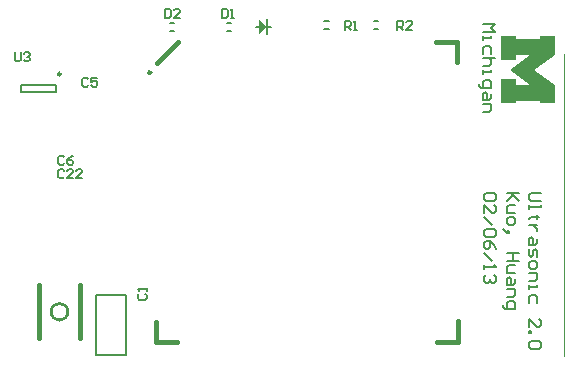
<source format=gto>
%FSLAX24Y24*%
%MOIN*%
G70*
G01*
G75*
G04 Layer_Color=65535*
%ADD10R,0.0354X0.0315*%
%ADD11R,0.0315X0.0354*%
%ADD12R,0.0276X0.0354*%
%ADD13R,0.0319X0.0661*%
%ADD14R,0.0394X0.0315*%
%ADD15R,0.0276X0.0591*%
%ADD16R,0.0600X0.0300*%
%ADD17R,0.0300X0.0598*%
%ADD18R,0.0598X0.0300*%
%ADD19R,0.0217X0.0394*%
%ADD20R,0.0157X0.0157*%
%ADD21C,0.0150*%
%ADD22C,0.0120*%
%ADD23C,0.0100*%
%ADD24C,0.0181*%
%ADD25C,0.0630*%
%ADD26C,0.0661*%
%ADD27C,0.0591*%
%ADD28C,0.1378*%
%ADD29C,0.0320*%
%ADD30C,0.0400*%
%ADD31C,0.0500*%
%ADD32R,0.0354X0.0276*%
%ADD33R,0.0532X0.0157*%
%ADD34R,0.0630X0.0748*%
%ADD35R,0.0551X0.0630*%
%ADD36R,0.0236X0.0591*%
%ADD37R,0.0591X0.0236*%
%ADD38O,0.0118X0.0650*%
%ADD39R,0.0335X0.0157*%
%ADD40R,0.0512X0.0217*%
%ADD41R,0.0209X0.0118*%
%ADD42R,0.0193X0.0118*%
%ADD43R,0.0201X0.0136*%
%ADD44R,0.0136X0.0201*%
%ADD45R,0.0315X0.0197*%
%ADD46C,0.0200*%
%ADD47C,0.0098*%
%ADD48C,0.0050*%
%ADD49C,0.0079*%
%ADD50C,0.0039*%
%ADD51C,0.0080*%
G36*
X18100Y10369D02*
X17419Y9873D01*
X18100Y9377D01*
Y8746D01*
X17607D01*
Y8843D01*
X16801D01*
Y8746D01*
X16303D01*
Y9566D01*
X16801D01*
Y9375D01*
X17294D01*
X16608Y9873D01*
X17294Y10371D01*
X16801D01*
Y10180D01*
X16303D01*
Y11000D01*
X16801D01*
Y10903D01*
X17607D01*
Y11000D01*
X18100D01*
Y10369D01*
D02*
G37*
G36*
X8500Y11300D02*
X8250Y11050D01*
Y11550D01*
X8500Y11300D01*
D02*
G37*
D21*
X2289Y914D02*
Y2686D01*
X911Y914D02*
Y2686D01*
X4850Y10101D02*
X5539Y10790D01*
X4830Y780D02*
Y1469D01*
Y780D02*
X5519D01*
X14870Y800D02*
Y1489D01*
X14181Y800D02*
X14870D01*
X14850Y10121D02*
Y10810D01*
X14161D02*
X14850D01*
D23*
X1878Y1800D02*
G03*
X1878Y1800I-278J0D01*
G01*
X4653Y9776D02*
G03*
X4653Y9776I-49J0D01*
G01*
D47*
X1648Y9722D02*
G03*
X1648Y9722I-49J0D01*
G01*
D48*
X8500Y11050D02*
Y11550D01*
Y11300D02*
X8650D01*
X8150D02*
X8250D01*
X2800Y2350D02*
X3800D01*
X2800Y350D02*
X3800D01*
Y2350D01*
X2800Y350D02*
Y2350D01*
X12850Y11200D02*
Y11500D01*
X13000D01*
X13050Y11450D01*
Y11350D01*
X13000Y11300D01*
X12850D01*
X12950D02*
X13050Y11200D01*
X13350D02*
X13150D01*
X13350Y11400D01*
Y11450D01*
X13300Y11500D01*
X13200D01*
X13150Y11450D01*
X11100Y11200D02*
Y11500D01*
X11250D01*
X11300Y11450D01*
Y11350D01*
X11250Y11300D01*
X11100D01*
X11200D02*
X11300Y11200D01*
X11400D02*
X11500D01*
X11450D01*
Y11500D01*
X11400Y11450D01*
X5100Y11900D02*
Y11600D01*
X5250D01*
X5300Y11650D01*
Y11850D01*
X5250Y11900D01*
X5100D01*
X5600Y11600D02*
X5400D01*
X5600Y11800D01*
Y11850D01*
X5550Y11900D01*
X5450D01*
X5400Y11850D01*
X7000Y11900D02*
Y11600D01*
X7150D01*
X7200Y11650D01*
Y11850D01*
X7150Y11900D01*
X7000D01*
X7300Y11600D02*
X7400D01*
X7350D01*
Y11900D01*
X7300Y11850D01*
X4250Y2400D02*
X4200Y2350D01*
Y2250D01*
X4250Y2200D01*
X4450D01*
X4500Y2250D01*
Y2350D01*
X4450Y2400D01*
X4500Y2500D02*
Y2600D01*
Y2550D01*
X4200D01*
X4250Y2500D01*
X2550Y9550D02*
X2500Y9600D01*
X2400D01*
X2350Y9550D01*
Y9350D01*
X2400Y9300D01*
X2500D01*
X2550Y9350D01*
X2850Y9600D02*
X2650D01*
Y9450D01*
X2750Y9500D01*
X2800D01*
X2850Y9450D01*
Y9350D01*
X2800Y9300D01*
X2700D01*
X2650Y9350D01*
X1750Y6950D02*
X1700Y7000D01*
X1600D01*
X1550Y6950D01*
Y6750D01*
X1600Y6700D01*
X1700D01*
X1750Y6750D01*
X2050Y7000D02*
X1950Y6950D01*
X1850Y6850D01*
Y6750D01*
X1900Y6700D01*
X2000D01*
X2050Y6750D01*
Y6800D01*
X2000Y6850D01*
X1850D01*
X100Y10450D02*
Y10200D01*
X150Y10150D01*
X250D01*
X300Y10200D01*
Y10450D01*
X400Y10400D02*
X450Y10450D01*
X550D01*
X600Y10400D01*
Y10350D01*
X550Y10300D01*
X500D01*
X550D01*
X600Y10250D01*
Y10200D01*
X550Y10150D01*
X450D01*
X400Y10200D01*
X1750Y6500D02*
X1700Y6550D01*
X1600D01*
X1550Y6500D01*
Y6300D01*
X1600Y6250D01*
X1700D01*
X1750Y6300D01*
X2050Y6250D02*
X1850D01*
X2050Y6450D01*
Y6500D01*
X2000Y6550D01*
X1900D01*
X1850Y6500D01*
X2350Y6250D02*
X2150D01*
X2350Y6450D01*
Y6500D01*
X2300Y6550D01*
X2200D01*
X2150Y6500D01*
D49*
X7171Y11162D02*
X7329D01*
X7171Y11438D02*
X7329D01*
X5271Y11162D02*
X5429D01*
X5271Y11438D02*
X5429D01*
X10421Y11212D02*
X10579D01*
X10421Y11488D02*
X10579D01*
X12071Y11488D02*
X12229D01*
X12071Y11212D02*
X12229D01*
X309Y9132D02*
X1491D01*
X309Y9368D02*
X1491D01*
X309Y9132D02*
Y9368D01*
X1491Y9132D02*
Y9368D01*
D50*
X18411Y337D02*
Y10408D01*
D51*
X17650Y5750D02*
X17317D01*
X17250Y5683D01*
Y5550D01*
X17317Y5483D01*
X17650D01*
X17250Y5350D02*
Y5217D01*
Y5283D01*
X17650D01*
Y5350D01*
X17583Y4950D02*
X17517D01*
Y5017D01*
Y4884D01*
Y4950D01*
X17317D01*
X17250Y4884D01*
X17517Y4684D02*
X17250D01*
X17383D01*
X17450Y4617D01*
X17517Y4550D01*
Y4484D01*
Y4217D02*
Y4084D01*
X17450Y4017D01*
X17250D01*
Y4217D01*
X17317Y4284D01*
X17383Y4217D01*
Y4017D01*
X17250Y3884D02*
Y3684D01*
X17317Y3617D01*
X17383Y3684D01*
Y3817D01*
X17450Y3884D01*
X17517Y3817D01*
Y3617D01*
X17250Y3417D02*
Y3284D01*
X17317Y3217D01*
X17450D01*
X17517Y3284D01*
Y3417D01*
X17450Y3484D01*
X17317D01*
X17250Y3417D01*
Y3084D02*
X17517D01*
Y2884D01*
X17450Y2818D01*
X17250D01*
Y2684D02*
Y2551D01*
Y2618D01*
X17517D01*
Y2684D01*
Y2085D02*
Y2284D01*
X17450Y2351D01*
X17317D01*
X17250Y2284D01*
Y2085D01*
Y1285D02*
Y1551D01*
X17517Y1285D01*
X17583D01*
X17650Y1351D01*
Y1485D01*
X17583Y1551D01*
X17250Y1151D02*
X17317D01*
Y1085D01*
X17250D01*
Y1151D01*
X17583Y818D02*
X17650Y752D01*
Y618D01*
X17583Y552D01*
X17317D01*
X17250Y618D01*
Y752D01*
X17317Y818D01*
X17583D01*
X16900Y5750D02*
X16500D01*
X16633D01*
X16900Y5483D01*
X16700Y5683D01*
X16500Y5483D01*
X16767Y5350D02*
X16567D01*
X16500Y5283D01*
Y5084D01*
X16767D01*
X16500Y4884D02*
Y4750D01*
X16567Y4684D01*
X16700D01*
X16767Y4750D01*
Y4884D01*
X16700Y4950D01*
X16567D01*
X16500Y4884D01*
X16433Y4484D02*
X16500Y4417D01*
X16567D01*
Y4484D01*
X16500D01*
Y4417D01*
X16433Y4484D01*
X16367Y4550D01*
X16900Y3751D02*
X16500D01*
X16700D01*
Y3484D01*
X16900D01*
X16500D01*
X16767Y3351D02*
X16567D01*
X16500Y3284D01*
Y3084D01*
X16767D01*
Y2884D02*
Y2751D01*
X16700Y2684D01*
X16500D01*
Y2884D01*
X16567Y2951D01*
X16633Y2884D01*
Y2684D01*
X16500Y2551D02*
X16767D01*
Y2351D01*
X16700Y2284D01*
X16500D01*
X16367Y2018D02*
Y1951D01*
X16433Y1885D01*
X16767D01*
Y2085D01*
X16700Y2151D01*
X16567D01*
X16500Y2085D01*
Y1885D01*
X16083Y5750D02*
X16150Y5683D01*
Y5550D01*
X16083Y5483D01*
X15817D01*
X15750Y5550D01*
Y5683D01*
X15817Y5750D01*
X16083D01*
X15750Y5084D02*
Y5350D01*
X16017Y5084D01*
X16083D01*
X16150Y5150D01*
Y5283D01*
X16083Y5350D01*
X15750Y4950D02*
X16017Y4684D01*
X16083Y4550D02*
X16150Y4484D01*
Y4350D01*
X16083Y4284D01*
X15817D01*
X15750Y4350D01*
Y4484D01*
X15817Y4550D01*
X16083D01*
X16150Y3884D02*
X16083Y4017D01*
X15950Y4151D01*
X15817D01*
X15750Y4084D01*
Y3951D01*
X15817Y3884D01*
X15883D01*
X15950Y3951D01*
Y4151D01*
X15750Y3751D02*
X16017Y3484D01*
X15750Y3351D02*
Y3217D01*
Y3284D01*
X16150D01*
X16083Y3351D01*
Y3018D02*
X16150Y2951D01*
Y2818D01*
X16083Y2751D01*
X16017D01*
X15950Y2818D01*
Y2884D01*
Y2818D01*
X15883Y2751D01*
X15817D01*
X15750Y2818D01*
Y2951D01*
X15817Y3018D01*
X15700Y11400D02*
X16100D01*
X15967Y11267D01*
X16100Y11133D01*
X15700D01*
Y11000D02*
Y10867D01*
Y10933D01*
X15967D01*
Y11000D01*
Y10400D02*
Y10600D01*
X15900Y10667D01*
X15767D01*
X15700Y10600D01*
Y10400D01*
X16100Y10267D02*
X15700D01*
X15900D01*
X15967Y10200D01*
Y10067D01*
X15900Y10000D01*
X15700D01*
Y9867D02*
Y9734D01*
Y9801D01*
X15967D01*
Y9867D01*
X15567Y9401D02*
Y9334D01*
X15633Y9267D01*
X15967D01*
Y9467D01*
X15900Y9534D01*
X15767D01*
X15700Y9467D01*
Y9267D01*
X15967Y9067D02*
Y8934D01*
X15900Y8867D01*
X15700D01*
Y9067D01*
X15767Y9134D01*
X15833Y9067D01*
Y8867D01*
X15700Y8734D02*
X15967D01*
Y8534D01*
X15900Y8468D01*
X15700D01*
M02*

</source>
